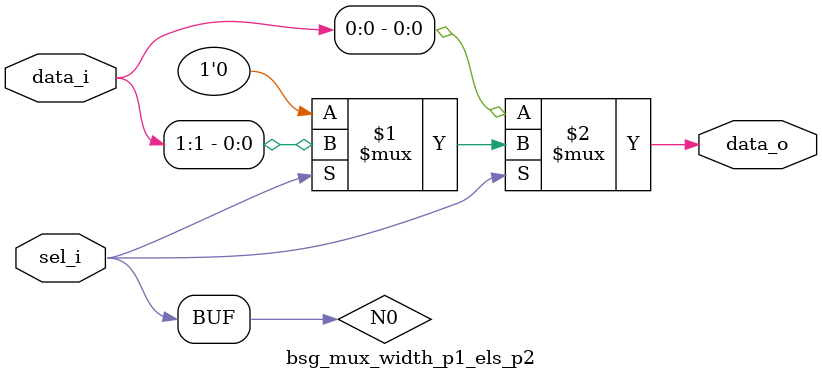
<source format=v>
module bsg_mux_width_p1_els_p2
(
  data_i,
  sel_i,
  data_o
);

  input [1:0] data_i;
  input [0:0] sel_i;
  output [0:0] data_o;
  wire [0:0] data_o;
  wire N0,N1;
  assign data_o[0] = (N1)? data_i[0] : 
                     (N0)? data_i[1] : 1'b0;
  assign N0 = sel_i[0];
  assign N1 = ~sel_i[0];

endmodule
</source>
